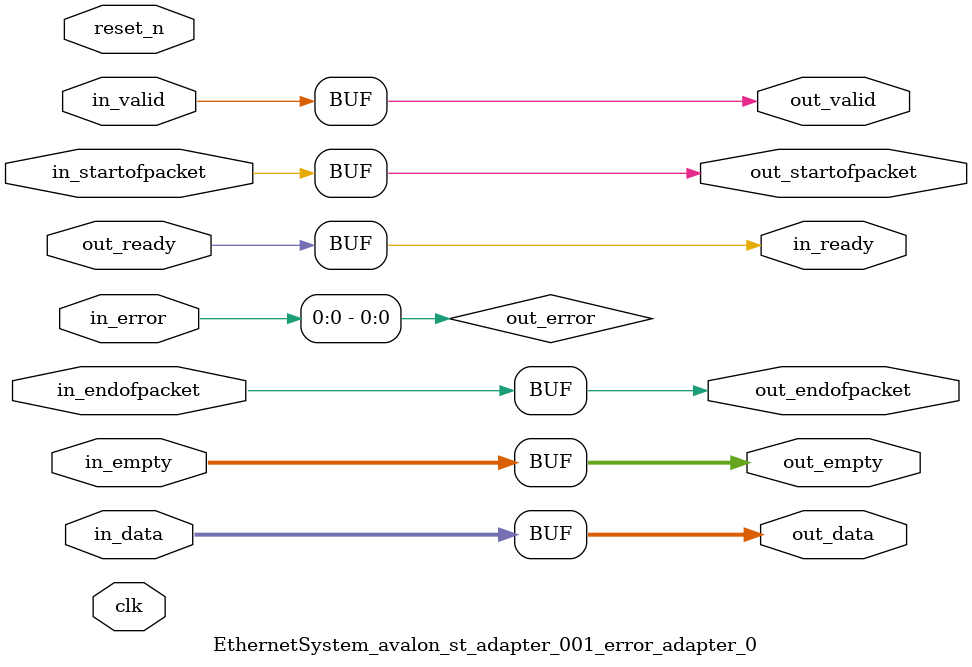
<source format=v>

`timescale 1ns / 100ps
module EthernetSystem_avalon_st_adapter_001_error_adapter_0 (
    
      // Interface: clk
      input              clk,
      // Interface: reset
      input              reset_n,
      // Interface: in
      output reg         in_ready,
      input              in_valid,
      input      [31: 0] in_data,
      input      [ 5: 0] in_error,
      input              in_startofpacket,
      input              in_endofpacket,
      input      [ 1: 0] in_empty,
      // Interface: out
      input              out_ready,
      output reg         out_valid,
      output reg [31: 0] out_data,
      output reg         out_startofpacket,
      output reg         out_endofpacket,
      output reg [ 1: 0] out_empty
);


   reg          out_error;

   // ---------------------------------------------------------------------
   //| Pass-through Mapping
   // ---------------------------------------------------------------------
   always @* begin
      in_ready = out_ready;
      out_valid = in_valid;
      out_data = in_data;
      out_startofpacket = in_startofpacket;
      out_endofpacket = in_endofpacket;
      out_empty = in_empty;

   end

   // ---------------------------------------------------------------------
   //| Error Mapping
   // ---------------------------------------------------------------------
   always @* begin
      out_error = 0;
      
      out_error = in_error;
   end
endmodule
</source>
